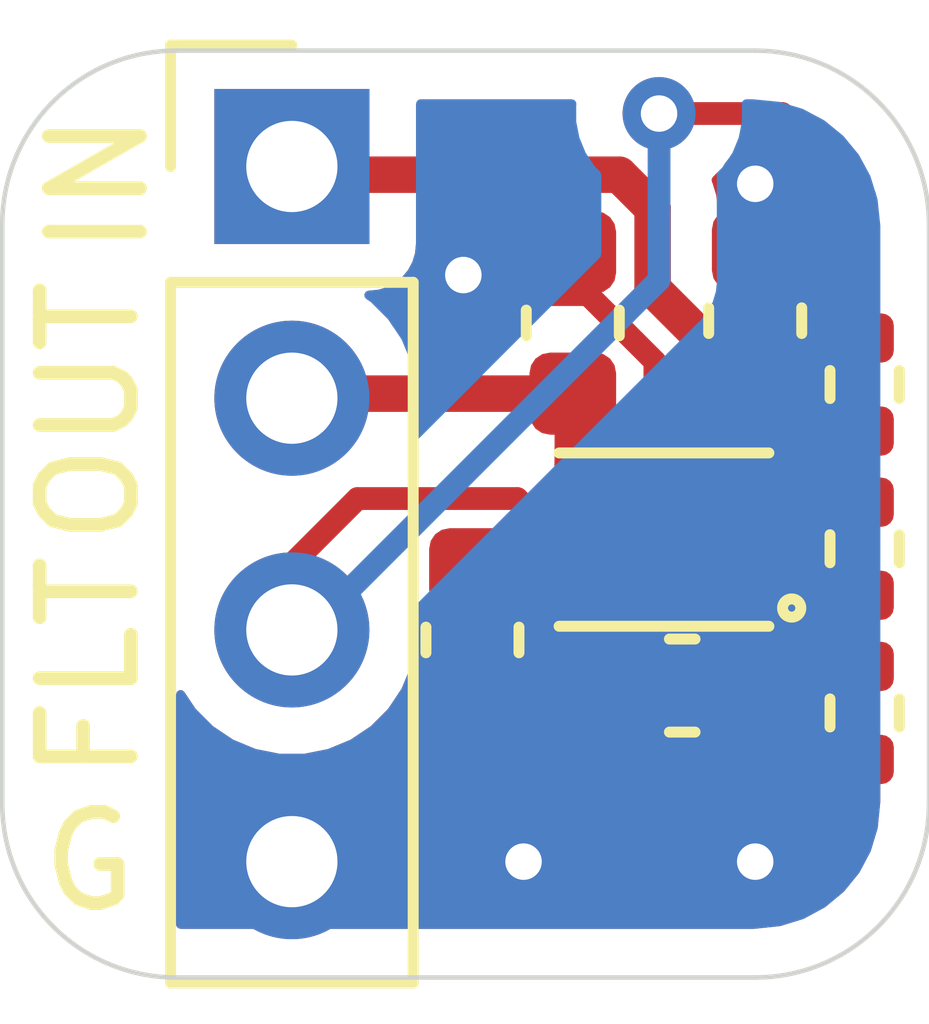
<source format=kicad_pcb>
(kicad_pcb (version 20171130) (host pcbnew "(5.1.10)-1")

  (general
    (thickness 1.6)
    (drawings 12)
    (tracks 42)
    (zones 0)
    (modules 9)
    (nets 8)
  )

  (page A4)
  (layers
    (0 F.Cu signal)
    (31 B.Cu signal)
    (32 B.Adhes user)
    (33 F.Adhes user)
    (34 B.Paste user)
    (35 F.Paste user)
    (36 B.SilkS user)
    (37 F.SilkS user)
    (38 B.Mask user)
    (39 F.Mask user)
    (40 Dwgs.User user hide)
    (41 Cmts.User user)
    (42 Eco1.User user)
    (43 Eco2.User user)
    (44 Edge.Cuts user)
    (45 Margin user)
    (46 B.CrtYd user hide)
    (47 F.CrtYd user hide)
    (48 B.Fab user hide)
    (49 F.Fab user hide)
  )

  (setup
    (last_trace_width 0.25)
    (trace_clearance 0.2)
    (zone_clearance 0.508)
    (zone_45_only no)
    (trace_min 0.2)
    (via_size 0.8)
    (via_drill 0.4)
    (via_min_size 0.4)
    (via_min_drill 0.3)
    (uvia_size 0.3)
    (uvia_drill 0.1)
    (uvias_allowed no)
    (uvia_min_size 0.2)
    (uvia_min_drill 0.1)
    (edge_width 0.05)
    (segment_width 0.2)
    (pcb_text_width 0.3)
    (pcb_text_size 1.5 1.5)
    (mod_edge_width 0.12)
    (mod_text_size 1 1)
    (mod_text_width 0.15)
    (pad_size 0.9 1.6)
    (pad_drill 0)
    (pad_to_mask_clearance 0)
    (aux_axis_origin 0 0)
    (visible_elements 7FFFFF7F)
    (pcbplotparams
      (layerselection 0x010fc_ffffffff)
      (usegerberextensions true)
      (usegerberattributes false)
      (usegerberadvancedattributes false)
      (creategerberjobfile false)
      (excludeedgelayer true)
      (linewidth 0.100000)
      (plotframeref false)
      (viasonmask false)
      (mode 1)
      (useauxorigin false)
      (hpglpennumber 1)
      (hpglpenspeed 20)
      (hpglpendiameter 15.000000)
      (psnegative false)
      (psa4output false)
      (plotreference true)
      (plotvalue false)
      (plotinvisibletext false)
      (padsonsilk false)
      (subtractmaskfromsilk true)
      (outputformat 1)
      (mirror false)
      (drillshape 0)
      (scaleselection 1)
      (outputdirectory "tps2595x1_gerber/"))
  )

  (net 0 "")
  (net 1 /GND)
  (net 2 /dVdt)
  (net 3 /ILM)
  (net 4 /IN)
  (net 5 /OUT)
  (net 6 /FLT)
  (net 7 /EN)

  (net_class Default "This is the default net class."
    (clearance 0.2)
    (trace_width 0.25)
    (via_dia 0.8)
    (via_drill 0.4)
    (uvia_dia 0.3)
    (uvia_drill 0.1)
    (add_net /EN)
    (add_net /FLT)
    (add_net /GND)
    (add_net /ILM)
    (add_net /IN)
    (add_net /OUT)
    (add_net /dVdt)
  )

  (module HS2_parts:TPS2595x1 (layer F.Cu) (tedit 6193664D) (tstamp 6193698E)
    (at 138.7 109.5 180)
    (path /619391D8)
    (fp_text reference U1 (at 0.25 0.05) (layer F.SilkS) hide
      (effects (font (size 1 1) (thickness 0.15)))
    )
    (fp_text value TPS2595x1 (at -0.95 -1.25) (layer F.Fab) hide
      (effects (font (size 1 1) (thickness 0.15)))
    )
    (fp_circle (center -1.4 -0.75) (end -1.3 -0.75) (layer F.SilkS) (width 0.12))
    (fp_line (start 1.15 -0.95) (end -1.15 -0.95) (layer F.SilkS) (width 0.12))
    (fp_line (start -1.15 0.95) (end 1.15 0.95) (layer F.SilkS) (width 0.12))
    (pad 8 smd rect (at 0 0 180) (size 0.9 1.6) (layers F.Cu F.Paste F.Mask)
      (net 1 /GND))
    (pad 8 smd rect (at 0.95 -0.75 180) (size 0.5 0.25) (layers F.Cu F.Paste F.Mask)
      (net 1 /GND))
    (pad 7 smd rect (at 0.95 -0.25 180) (size 0.5 0.25) (layers F.Cu F.Paste F.Mask)
      (net 3 /ILM))
    (pad 6 smd rect (at 0.95 0.25 180) (size 0.5 0.25) (layers F.Cu F.Paste F.Mask)
      (net 6 /FLT))
    (pad 5 smd rect (at 0.95 0.75 180) (size 0.5 0.25) (layers F.Cu F.Paste F.Mask)
      (net 5 /OUT))
    (pad 4 smd rect (at -0.95 0.75 180) (size 0.5 0.25) (layers F.Cu F.Paste F.Mask)
      (net 4 /IN))
    (pad 3 smd rect (at -0.95 0.25 180) (size 0.5 0.25) (layers F.Cu F.Paste F.Mask)
      (net 4 /IN))
    (pad 2 smd rect (at -0.95 -0.25 180) (size 0.5 0.25) (layers F.Cu F.Paste F.Mask)
      (net 7 /EN))
    (pad 1 smd rect (at -0.95 -0.75 180) (size 0.5 0.25) (layers F.Cu F.Paste F.Mask)
      (net 2 /dVdt))
  )

  (module Resistor_SMD:R_0402_1005Metric (layer F.Cu) (tedit 5F68FEEE) (tstamp 6193697E)
    (at 140.9 107.8 90)
    (descr "Resistor SMD 0402 (1005 Metric), square (rectangular) end terminal, IPC_7351 nominal, (Body size source: IPC-SM-782 page 72, https://www.pcb-3d.com/wordpress/wp-content/uploads/ipc-sm-782a_amendment_1_and_2.pdf), generated with kicad-footprint-generator")
    (tags resistor)
    (path /619402EF)
    (attr smd)
    (fp_text reference R3 (at 0 -1.17 90) (layer F.SilkS) hide
      (effects (font (size 1 1) (thickness 0.15)))
    )
    (fp_text value 10K (at 0 1.17 90) (layer F.Fab)
      (effects (font (size 1 1) (thickness 0.15)))
    )
    (fp_line (start 0.93 0.47) (end -0.93 0.47) (layer F.CrtYd) (width 0.05))
    (fp_line (start 0.93 -0.47) (end 0.93 0.47) (layer F.CrtYd) (width 0.05))
    (fp_line (start -0.93 -0.47) (end 0.93 -0.47) (layer F.CrtYd) (width 0.05))
    (fp_line (start -0.93 0.47) (end -0.93 -0.47) (layer F.CrtYd) (width 0.05))
    (fp_line (start -0.153641 0.38) (end 0.153641 0.38) (layer F.SilkS) (width 0.12))
    (fp_line (start -0.153641 -0.38) (end 0.153641 -0.38) (layer F.SilkS) (width 0.12))
    (fp_line (start 0.525 0.27) (end -0.525 0.27) (layer F.Fab) (width 0.1))
    (fp_line (start 0.525 -0.27) (end 0.525 0.27) (layer F.Fab) (width 0.1))
    (fp_line (start -0.525 -0.27) (end 0.525 -0.27) (layer F.Fab) (width 0.1))
    (fp_line (start -0.525 0.27) (end -0.525 -0.27) (layer F.Fab) (width 0.1))
    (fp_text user %R (at 0 0 90) (layer F.Fab)
      (effects (font (size 0.26 0.26) (thickness 0.04)))
    )
    (pad 2 smd roundrect (at 0.51 0 90) (size 0.54 0.64) (layers F.Cu F.Paste F.Mask) (roundrect_rratio 0.25)
      (net 6 /FLT))
    (pad 1 smd roundrect (at -0.51 0 90) (size 0.54 0.64) (layers F.Cu F.Paste F.Mask) (roundrect_rratio 0.25)
      (net 4 /IN))
    (model ${KISYS3DMOD}/Resistor_SMD.3dshapes/R_0402_1005Metric.wrl
      (at (xyz 0 0 0))
      (scale (xyz 1 1 1))
      (rotate (xyz 0 0 0))
    )
  )

  (module Resistor_SMD:R_0402_1005Metric (layer F.Cu) (tedit 5F68FEEE) (tstamp 6193696D)
    (at 140.9 111.4 270)
    (descr "Resistor SMD 0402 (1005 Metric), square (rectangular) end terminal, IPC_7351 nominal, (Body size source: IPC-SM-782 page 72, https://www.pcb-3d.com/wordpress/wp-content/uploads/ipc-sm-782a_amendment_1_and_2.pdf), generated with kicad-footprint-generator")
    (tags resistor)
    (path /6193F54B)
    (attr smd)
    (fp_text reference R2 (at 0 -1.17 90) (layer F.SilkS) hide
      (effects (font (size 1 1) (thickness 0.15)))
    )
    (fp_text value 10K (at 0 1.17 90) (layer F.Fab)
      (effects (font (size 1 1) (thickness 0.15)))
    )
    (fp_line (start 0.93 0.47) (end -0.93 0.47) (layer F.CrtYd) (width 0.05))
    (fp_line (start 0.93 -0.47) (end 0.93 0.47) (layer F.CrtYd) (width 0.05))
    (fp_line (start -0.93 -0.47) (end 0.93 -0.47) (layer F.CrtYd) (width 0.05))
    (fp_line (start -0.93 0.47) (end -0.93 -0.47) (layer F.CrtYd) (width 0.05))
    (fp_line (start -0.153641 0.38) (end 0.153641 0.38) (layer F.SilkS) (width 0.12))
    (fp_line (start -0.153641 -0.38) (end 0.153641 -0.38) (layer F.SilkS) (width 0.12))
    (fp_line (start 0.525 0.27) (end -0.525 0.27) (layer F.Fab) (width 0.1))
    (fp_line (start 0.525 -0.27) (end 0.525 0.27) (layer F.Fab) (width 0.1))
    (fp_line (start -0.525 -0.27) (end 0.525 -0.27) (layer F.Fab) (width 0.1))
    (fp_line (start -0.525 0.27) (end -0.525 -0.27) (layer F.Fab) (width 0.1))
    (fp_text user %R (at 0 0 90) (layer F.Fab)
      (effects (font (size 0.26 0.26) (thickness 0.04)))
    )
    (pad 2 smd roundrect (at 0.51 0 270) (size 0.54 0.64) (layers F.Cu F.Paste F.Mask) (roundrect_rratio 0.25)
      (net 1 /GND))
    (pad 1 smd roundrect (at -0.51 0 270) (size 0.54 0.64) (layers F.Cu F.Paste F.Mask) (roundrect_rratio 0.25)
      (net 7 /EN))
    (model ${KISYS3DMOD}/Resistor_SMD.3dshapes/R_0402_1005Metric.wrl
      (at (xyz 0 0 0))
      (scale (xyz 1 1 1))
      (rotate (xyz 0 0 0))
    )
  )

  (module Resistor_SMD:R_0402_1005Metric (layer F.Cu) (tedit 5F68FEEE) (tstamp 6193695C)
    (at 140.9 109.6 270)
    (descr "Resistor SMD 0402 (1005 Metric), square (rectangular) end terminal, IPC_7351 nominal, (Body size source: IPC-SM-782 page 72, https://www.pcb-3d.com/wordpress/wp-content/uploads/ipc-sm-782a_amendment_1_and_2.pdf), generated with kicad-footprint-generator")
    (tags resistor)
    (path /6193FD77)
    (attr smd)
    (fp_text reference R1 (at 0 -1.17 90) (layer F.SilkS) hide
      (effects (font (size 1 1) (thickness 0.15)))
    )
    (fp_text value 10K (at 0 1.17 90) (layer F.Fab)
      (effects (font (size 1 1) (thickness 0.15)))
    )
    (fp_line (start 0.93 0.47) (end -0.93 0.47) (layer F.CrtYd) (width 0.05))
    (fp_line (start 0.93 -0.47) (end 0.93 0.47) (layer F.CrtYd) (width 0.05))
    (fp_line (start -0.93 -0.47) (end 0.93 -0.47) (layer F.CrtYd) (width 0.05))
    (fp_line (start -0.93 0.47) (end -0.93 -0.47) (layer F.CrtYd) (width 0.05))
    (fp_line (start -0.153641 0.38) (end 0.153641 0.38) (layer F.SilkS) (width 0.12))
    (fp_line (start -0.153641 -0.38) (end 0.153641 -0.38) (layer F.SilkS) (width 0.12))
    (fp_line (start 0.525 0.27) (end -0.525 0.27) (layer F.Fab) (width 0.1))
    (fp_line (start 0.525 -0.27) (end 0.525 0.27) (layer F.Fab) (width 0.1))
    (fp_line (start -0.525 -0.27) (end 0.525 -0.27) (layer F.Fab) (width 0.1))
    (fp_line (start -0.525 0.27) (end -0.525 -0.27) (layer F.Fab) (width 0.1))
    (fp_text user %R (at 0 0 90) (layer F.Fab)
      (effects (font (size 0.26 0.26) (thickness 0.04)))
    )
    (pad 2 smd roundrect (at 0.51 0 270) (size 0.54 0.64) (layers F.Cu F.Paste F.Mask) (roundrect_rratio 0.25)
      (net 7 /EN))
    (pad 1 smd roundrect (at -0.51 0 270) (size 0.54 0.64) (layers F.Cu F.Paste F.Mask) (roundrect_rratio 0.25)
      (net 4 /IN))
    (model ${KISYS3DMOD}/Resistor_SMD.3dshapes/R_0402_1005Metric.wrl
      (at (xyz 0 0 0))
      (scale (xyz 1 1 1))
      (rotate (xyz 0 0 0))
    )
  )

  (module Connector_PinHeader_2.54mm:PinHeader_1x04_P2.54mm_Vertical (layer F.Cu) (tedit 59FED5CC) (tstamp 6193694B)
    (at 134.62 105.41)
    (descr "Through hole straight pin header, 1x04, 2.54mm pitch, single row")
    (tags "Through hole pin header THT 1x04 2.54mm single row")
    (path /6194A1B6)
    (fp_text reference J1 (at 0 -2.33) (layer F.SilkS) hide
      (effects (font (size 1 1) (thickness 0.15)))
    )
    (fp_text value "Pin Header" (at 0 9.95) (layer F.Fab)
      (effects (font (size 1 1) (thickness 0.15)))
    )
    (fp_line (start 1.8 -1.8) (end -1.8 -1.8) (layer F.CrtYd) (width 0.05))
    (fp_line (start 1.8 9.4) (end 1.8 -1.8) (layer F.CrtYd) (width 0.05))
    (fp_line (start -1.8 9.4) (end 1.8 9.4) (layer F.CrtYd) (width 0.05))
    (fp_line (start -1.8 -1.8) (end -1.8 9.4) (layer F.CrtYd) (width 0.05))
    (fp_line (start -1.33 -1.33) (end 0 -1.33) (layer F.SilkS) (width 0.12))
    (fp_line (start -1.33 0) (end -1.33 -1.33) (layer F.SilkS) (width 0.12))
    (fp_line (start -1.33 1.27) (end 1.33 1.27) (layer F.SilkS) (width 0.12))
    (fp_line (start 1.33 1.27) (end 1.33 8.95) (layer F.SilkS) (width 0.12))
    (fp_line (start -1.33 1.27) (end -1.33 8.95) (layer F.SilkS) (width 0.12))
    (fp_line (start -1.33 8.95) (end 1.33 8.95) (layer F.SilkS) (width 0.12))
    (fp_line (start -1.27 -0.635) (end -0.635 -1.27) (layer F.Fab) (width 0.1))
    (fp_line (start -1.27 8.89) (end -1.27 -0.635) (layer F.Fab) (width 0.1))
    (fp_line (start 1.27 8.89) (end -1.27 8.89) (layer F.Fab) (width 0.1))
    (fp_line (start 1.27 -1.27) (end 1.27 8.89) (layer F.Fab) (width 0.1))
    (fp_line (start -0.635 -1.27) (end 1.27 -1.27) (layer F.Fab) (width 0.1))
    (fp_text user %R (at 0 3.81 90) (layer F.Fab)
      (effects (font (size 1 1) (thickness 0.15)))
    )
    (pad 4 thru_hole oval (at 0 7.62) (size 1.7 1.7) (drill 1) (layers *.Cu *.Mask)
      (net 1 /GND))
    (pad 3 thru_hole oval (at 0 5.08) (size 1.7 1.7) (drill 1) (layers *.Cu *.Mask)
      (net 6 /FLT))
    (pad 2 thru_hole oval (at 0 2.54) (size 1.7 1.7) (drill 1) (layers *.Cu *.Mask)
      (net 5 /OUT))
    (pad 1 thru_hole rect (at 0 0) (size 1.7 1.7) (drill 1) (layers *.Cu *.Mask)
      (net 4 /IN))
    (model ${KISYS3DMOD}/Connector_PinHeader_2.54mm.3dshapes/PinHeader_1x04_P2.54mm_Vertical.wrl
      (at (xyz 0 0 0))
      (scale (xyz 1 1 1))
      (rotate (xyz 0 0 0))
    )
  )

  (module Capacitor_SMD:C_0603_1608Metric (layer F.Cu) (tedit 5F68FEEE) (tstamp 61936933)
    (at 137.7 107.125 90)
    (descr "Capacitor SMD 0603 (1608 Metric), square (rectangular) end terminal, IPC_7351 nominal, (Body size source: IPC-SM-782 page 76, https://www.pcb-3d.com/wordpress/wp-content/uploads/ipc-sm-782a_amendment_1_and_2.pdf), generated with kicad-footprint-generator")
    (tags capacitor)
    (path /6193E8E3)
    (attr smd)
    (fp_text reference C4 (at 0 -1.43 90) (layer F.SilkS) hide
      (effects (font (size 1 1) (thickness 0.15)))
    )
    (fp_text value 1uF (at 0 1.43 90) (layer F.Fab)
      (effects (font (size 1 1) (thickness 0.15)))
    )
    (fp_line (start 1.48 0.73) (end -1.48 0.73) (layer F.CrtYd) (width 0.05))
    (fp_line (start 1.48 -0.73) (end 1.48 0.73) (layer F.CrtYd) (width 0.05))
    (fp_line (start -1.48 -0.73) (end 1.48 -0.73) (layer F.CrtYd) (width 0.05))
    (fp_line (start -1.48 0.73) (end -1.48 -0.73) (layer F.CrtYd) (width 0.05))
    (fp_line (start -0.14058 0.51) (end 0.14058 0.51) (layer F.SilkS) (width 0.12))
    (fp_line (start -0.14058 -0.51) (end 0.14058 -0.51) (layer F.SilkS) (width 0.12))
    (fp_line (start 0.8 0.4) (end -0.8 0.4) (layer F.Fab) (width 0.1))
    (fp_line (start 0.8 -0.4) (end 0.8 0.4) (layer F.Fab) (width 0.1))
    (fp_line (start -0.8 -0.4) (end 0.8 -0.4) (layer F.Fab) (width 0.1))
    (fp_line (start -0.8 0.4) (end -0.8 -0.4) (layer F.Fab) (width 0.1))
    (fp_text user %R (at 0 0 90) (layer F.Fab)
      (effects (font (size 0.4 0.4) (thickness 0.06)))
    )
    (pad 2 smd roundrect (at 0.775 0 90) (size 0.9 0.95) (layers F.Cu F.Paste F.Mask) (roundrect_rratio 0.25)
      (net 1 /GND))
    (pad 1 smd roundrect (at -0.775 0 90) (size 0.9 0.95) (layers F.Cu F.Paste F.Mask) (roundrect_rratio 0.25)
      (net 5 /OUT))
    (model ${KISYS3DMOD}/Capacitor_SMD.3dshapes/C_0603_1608Metric.wrl
      (at (xyz 0 0 0))
      (scale (xyz 1 1 1))
      (rotate (xyz 0 0 0))
    )
  )

  (module Capacitor_SMD:C_0603_1608Metric (layer F.Cu) (tedit 5F68FEEE) (tstamp 61936922)
    (at 139.7 107.1 90)
    (descr "Capacitor SMD 0603 (1608 Metric), square (rectangular) end terminal, IPC_7351 nominal, (Body size source: IPC-SM-782 page 76, https://www.pcb-3d.com/wordpress/wp-content/uploads/ipc-sm-782a_amendment_1_and_2.pdf), generated with kicad-footprint-generator")
    (tags capacitor)
    (path /6193E2E6)
    (attr smd)
    (fp_text reference C3 (at 0 -1.43 90) (layer F.SilkS) hide
      (effects (font (size 1 1) (thickness 0.15)))
    )
    (fp_text value 1uF (at 0 1.43 90) (layer F.Fab)
      (effects (font (size 1 1) (thickness 0.15)))
    )
    (fp_line (start 1.48 0.73) (end -1.48 0.73) (layer F.CrtYd) (width 0.05))
    (fp_line (start 1.48 -0.73) (end 1.48 0.73) (layer F.CrtYd) (width 0.05))
    (fp_line (start -1.48 -0.73) (end 1.48 -0.73) (layer F.CrtYd) (width 0.05))
    (fp_line (start -1.48 0.73) (end -1.48 -0.73) (layer F.CrtYd) (width 0.05))
    (fp_line (start -0.14058 0.51) (end 0.14058 0.51) (layer F.SilkS) (width 0.12))
    (fp_line (start -0.14058 -0.51) (end 0.14058 -0.51) (layer F.SilkS) (width 0.12))
    (fp_line (start 0.8 0.4) (end -0.8 0.4) (layer F.Fab) (width 0.1))
    (fp_line (start 0.8 -0.4) (end 0.8 0.4) (layer F.Fab) (width 0.1))
    (fp_line (start -0.8 -0.4) (end 0.8 -0.4) (layer F.Fab) (width 0.1))
    (fp_line (start -0.8 0.4) (end -0.8 -0.4) (layer F.Fab) (width 0.1))
    (fp_text user %R (at 0 0 90) (layer F.Fab)
      (effects (font (size 0.4 0.4) (thickness 0.06)))
    )
    (pad 2 smd roundrect (at 0.775 0 90) (size 0.9 0.95) (layers F.Cu F.Paste F.Mask) (roundrect_rratio 0.25)
      (net 1 /GND))
    (pad 1 smd roundrect (at -0.775 0 90) (size 0.9 0.95) (layers F.Cu F.Paste F.Mask) (roundrect_rratio 0.25)
      (net 4 /IN))
    (model ${KISYS3DMOD}/Capacitor_SMD.3dshapes/C_0603_1608Metric.wrl
      (at (xyz 0 0 0))
      (scale (xyz 1 1 1))
      (rotate (xyz 0 0 0))
    )
  )

  (module Capacitor_SMD:C_0603_1608Metric (layer F.Cu) (tedit 5F68FEEE) (tstamp 61936911)
    (at 136.6 110.6 270)
    (descr "Capacitor SMD 0603 (1608 Metric), square (rectangular) end terminal, IPC_7351 nominal, (Body size source: IPC-SM-782 page 76, https://www.pcb-3d.com/wordpress/wp-content/uploads/ipc-sm-782a_amendment_1_and_2.pdf), generated with kicad-footprint-generator")
    (tags capacitor)
    (path /6193ECA7)
    (attr smd)
    (fp_text reference C2 (at 0 -1.43 90) (layer F.SilkS) hide
      (effects (font (size 1 1) (thickness 0.15)))
    )
    (fp_text value 1uF (at 0 1.43 90) (layer F.Fab)
      (effects (font (size 1 1) (thickness 0.15)))
    )
    (fp_line (start 1.48 0.73) (end -1.48 0.73) (layer F.CrtYd) (width 0.05))
    (fp_line (start 1.48 -0.73) (end 1.48 0.73) (layer F.CrtYd) (width 0.05))
    (fp_line (start -1.48 -0.73) (end 1.48 -0.73) (layer F.CrtYd) (width 0.05))
    (fp_line (start -1.48 0.73) (end -1.48 -0.73) (layer F.CrtYd) (width 0.05))
    (fp_line (start -0.14058 0.51) (end 0.14058 0.51) (layer F.SilkS) (width 0.12))
    (fp_line (start -0.14058 -0.51) (end 0.14058 -0.51) (layer F.SilkS) (width 0.12))
    (fp_line (start 0.8 0.4) (end -0.8 0.4) (layer F.Fab) (width 0.1))
    (fp_line (start 0.8 -0.4) (end 0.8 0.4) (layer F.Fab) (width 0.1))
    (fp_line (start -0.8 -0.4) (end 0.8 -0.4) (layer F.Fab) (width 0.1))
    (fp_line (start -0.8 0.4) (end -0.8 -0.4) (layer F.Fab) (width 0.1))
    (fp_text user %R (at 0 0 90) (layer F.Fab)
      (effects (font (size 0.4 0.4) (thickness 0.06)))
    )
    (pad 2 smd roundrect (at 0.775 0 270) (size 0.9 0.95) (layers F.Cu F.Paste F.Mask) (roundrect_rratio 0.25)
      (net 1 /GND))
    (pad 1 smd roundrect (at -0.775 0 270) (size 0.9 0.95) (layers F.Cu F.Paste F.Mask) (roundrect_rratio 0.25)
      (net 3 /ILM))
    (model ${KISYS3DMOD}/Capacitor_SMD.3dshapes/C_0603_1608Metric.wrl
      (at (xyz 0 0 0))
      (scale (xyz 1 1 1))
      (rotate (xyz 0 0 0))
    )
  )

  (module Capacitor_SMD:C_0603_1608Metric (layer F.Cu) (tedit 5F68FEEE) (tstamp 61936900)
    (at 138.9 111.1 180)
    (descr "Capacitor SMD 0603 (1608 Metric), square (rectangular) end terminal, IPC_7351 nominal, (Body size source: IPC-SM-782 page 76, https://www.pcb-3d.com/wordpress/wp-content/uploads/ipc-sm-782a_amendment_1_and_2.pdf), generated with kicad-footprint-generator")
    (tags capacitor)
    (path /6193EA5B)
    (attr smd)
    (fp_text reference C1 (at 0 -1.43) (layer F.SilkS) hide
      (effects (font (size 1 1) (thickness 0.15)))
    )
    (fp_text value 1uF (at 0 1.43) (layer F.Fab)
      (effects (font (size 1 1) (thickness 0.15)))
    )
    (fp_line (start 1.48 0.73) (end -1.48 0.73) (layer F.CrtYd) (width 0.05))
    (fp_line (start 1.48 -0.73) (end 1.48 0.73) (layer F.CrtYd) (width 0.05))
    (fp_line (start -1.48 -0.73) (end 1.48 -0.73) (layer F.CrtYd) (width 0.05))
    (fp_line (start -1.48 0.73) (end -1.48 -0.73) (layer F.CrtYd) (width 0.05))
    (fp_line (start -0.14058 0.51) (end 0.14058 0.51) (layer F.SilkS) (width 0.12))
    (fp_line (start -0.14058 -0.51) (end 0.14058 -0.51) (layer F.SilkS) (width 0.12))
    (fp_line (start 0.8 0.4) (end -0.8 0.4) (layer F.Fab) (width 0.1))
    (fp_line (start 0.8 -0.4) (end 0.8 0.4) (layer F.Fab) (width 0.1))
    (fp_line (start -0.8 -0.4) (end 0.8 -0.4) (layer F.Fab) (width 0.1))
    (fp_line (start -0.8 0.4) (end -0.8 -0.4) (layer F.Fab) (width 0.1))
    (fp_text user %R (at 0 0) (layer F.Fab)
      (effects (font (size 0.4 0.4) (thickness 0.06)))
    )
    (pad 2 smd roundrect (at 0.775 0 180) (size 0.9 0.95) (layers F.Cu F.Paste F.Mask) (roundrect_rratio 0.25)
      (net 1 /GND))
    (pad 1 smd roundrect (at -0.775 0 180) (size 0.9 0.95) (layers F.Cu F.Paste F.Mask) (roundrect_rratio 0.25)
      (net 2 /dVdt))
    (model ${KISYS3DMOD}/Capacitor_SMD.3dshapes/C_0603_1608Metric.wrl
      (at (xyz 0 0 0))
      (scale (xyz 1 1 1))
      (rotate (xyz 0 0 0))
    )
  )

  (gr_text G (at 132.4 113.03) (layer F.SilkS)
    (effects (font (size 1 1) (thickness 0.15)))
  )
  (gr_text FLT (at 132.4 110.9 90) (layer F.SilkS)
    (effects (font (size 1 1) (thickness 0.15)))
  )
  (gr_text OUT (at 132.4 108.1 90) (layer F.SilkS)
    (effects (font (size 1 1) (thickness 0.15)))
  )
  (gr_text IN (at 132.5 105.6 90) (layer F.SilkS)
    (effects (font (size 1 1) (thickness 0.15)))
  )
  (gr_line (start 131.445 106.045) (end 131.445 112.395) (layer Edge.Cuts) (width 0.05) (tstamp 61B7EE0B))
  (gr_arc (start 139.7 106.045) (end 141.605 106.045) (angle -90) (layer Edge.Cuts) (width 0.05))
  (gr_arc (start 139.7 112.395) (end 139.7 114.3) (angle -90) (layer Edge.Cuts) (width 0.05))
  (gr_arc (start 133.35 112.395) (end 131.445 112.395) (angle -90) (layer Edge.Cuts) (width 0.05))
  (gr_arc (start 133.35 106.045) (end 133.35 104.14) (angle -90) (layer Edge.Cuts) (width 0.05))
  (gr_line (start 139.7 114.3) (end 133.35 114.3) (layer Edge.Cuts) (width 0.05))
  (gr_line (start 141.605 106.045) (end 141.605 112.395) (layer Edge.Cuts) (width 0.05))
  (gr_line (start 133.35 104.14) (end 139.7 104.14) (layer Edge.Cuts) (width 0.05))

  (via (at 137.16 113.03) (size 0.8) (drill 0.4) (layers F.Cu B.Cu) (net 1))
  (via (at 139.7 113.03) (size 0.8) (drill 0.4) (layers F.Cu B.Cu) (net 1))
  (via (at 136.5 106.6) (size 0.8) (drill 0.4) (layers F.Cu B.Cu) (net 1))
  (segment (start 137.75 110.25) (end 137.75 110.75) (width 0.25) (layer F.Cu) (net 1))
  (segment (start 137.75 110.75) (end 137.9 110.9) (width 0.25) (layer F.Cu) (net 1))
  (via (at 139.7 105.6) (size 0.8) (drill 0.4) (layers F.Cu B.Cu) (net 1))
  (segment (start 137.7 106.647166) (end 138.6 107.547166) (width 0.25) (layer F.Cu) (net 1))
  (segment (start 137.7 106.35) (end 137.7 106.647166) (width 0.25) (layer F.Cu) (net 1))
  (segment (start 138.6 107.547166) (end 138.6 109.4) (width 0.25) (layer F.Cu) (net 1))
  (segment (start 139.675 111.1) (end 139.675 110.305) (width 0.25) (layer F.Cu) (net 2))
  (segment (start 139.675 110.305) (end 139.65 110.28) (width 0.25) (layer F.Cu) (net 2))
  (segment (start 136.6 109.825) (end 136.665 109.76) (width 0.25) (layer F.Cu) (net 3))
  (segment (start 136.665 109.76) (end 137.81 109.76) (width 0.25) (layer F.Cu) (net 3))
  (segment (start 139.7 107.875) (end 139.7 109.17) (width 0.4) (layer F.Cu) (net 4))
  (segment (start 139.7 109.17) (end 139.64 109.23) (width 0.4) (layer F.Cu) (net 4))
  (segment (start 139.65 108.75) (end 140.48 108.75) (width 0.4) (layer F.Cu) (net 4))
  (segment (start 140.48 108.75) (end 140.87 108.36) (width 0.4) (layer F.Cu) (net 4))
  (segment (start 140.48 108.75) (end 140.63 108.75) (width 0.4) (layer F.Cu) (net 4))
  (segment (start 140.63 108.75) (end 140.95 109.07) (width 0.4) (layer F.Cu) (net 4))
  (segment (start 139.7 107.875) (end 138.57501 106.75001) (width 0.4) (layer F.Cu) (net 4))
  (segment (start 138.57501 106.75001) (end 138.57501 105.86611) (width 0.4) (layer F.Cu) (net 4))
  (segment (start 138.57501 105.86611) (end 138.20889 105.49999) (width 0.4) (layer F.Cu) (net 4))
  (segment (start 138.20889 105.49999) (end 134.34999 105.49999) (width 0.4) (layer F.Cu) (net 4))
  (segment (start 134.34999 105.49999) (end 134.09 105.24) (width 0.4) (layer F.Cu) (net 4))
  (segment (start 137.7 107.9) (end 134.25 107.9) (width 0.4) (layer F.Cu) (net 5))
  (segment (start 134.25 107.9) (end 134.22 107.87) (width 0.4) (layer F.Cu) (net 5))
  (segment (start 137.7 107.9) (end 137.7 108.69) (width 0.4) (layer F.Cu) (net 5))
  (segment (start 137.7 108.69) (end 137.76 108.75) (width 0.4) (layer F.Cu) (net 5))
  (segment (start 137.089988 109.04999) (end 137.299998 109.26) (width 0.25) (layer F.Cu) (net 6))
  (segment (start 135.34001 109.04999) (end 137.089988 109.04999) (width 0.25) (layer F.Cu) (net 6))
  (segment (start 134.1 110.29) (end 135.34001 109.04999) (width 0.25) (layer F.Cu) (net 6))
  (segment (start 137.299998 109.26) (end 137.76 109.26) (width 0.25) (layer F.Cu) (net 6))
  (segment (start 140.9 107.29) (end 140.9 105.734311) (width 0.25) (layer F.Cu) (net 6))
  (via (at 138.645758 104.829793) (size 0.8) (drill 0.4) (layers F.Cu B.Cu) (net 6))
  (segment (start 138.645758 106.654242) (end 138.645758 104.829793) (width 0.25) (layer B.Cu) (net 6))
  (segment (start 140.9 105.734311) (end 139.995482 104.829793) (width 0.25) (layer F.Cu) (net 6))
  (segment (start 139.995482 104.829793) (end 138.645758 104.829793) (width 0.25) (layer F.Cu) (net 6))
  (segment (start 134.7 110.6) (end 138.645758 106.654242) (width 0.25) (layer B.Cu) (net 6))
  (segment (start 139.65 109.75) (end 140.53 109.75) (width 0.25) (layer F.Cu) (net 7))
  (segment (start 140.53 109.75) (end 140.93 110.15) (width 0.25) (layer F.Cu) (net 7))
  (segment (start 140.9 110.11) (end 140.9 110.86) (width 0.25) (layer F.Cu) (net 7))
  (segment (start 140.9 110.86) (end 140.92 110.88) (width 0.25) (layer F.Cu) (net 7))

  (zone (net 1) (net_name /GND) (layer F.Cu) (tstamp 61B3D006) (hatch edge 0.508)
    (connect_pads yes (clearance 0.508))
    (min_thickness 0.1)
    (fill yes (arc_segments 32) (thermal_gap 0.508) (thermal_bridge_width 0.508))
    (polygon
      (pts
        (xy 141.605 114.3) (xy 133.35 114.3) (xy 133.35 104.14) (xy 141.605 104.14)
      )
    )
    (filled_polygon
      (pts
        (xy 138.724109 108.400674) (xy 138.796715 108.536511) (xy 138.842519 108.592324) (xy 138.839301 108.625) (xy 138.839301 108.875)
        (xy 138.850075 108.984387) (xy 138.854811 109) (xy 138.850075 109.015613) (xy 138.839301 109.125) (xy 138.839301 109.375)
        (xy 138.850075 109.484387) (xy 138.854811 109.5) (xy 138.850075 109.515613) (xy 138.839301 109.625) (xy 138.839301 109.875)
        (xy 138.850075 109.984387) (xy 138.854811 110) (xy 138.850075 110.015613) (xy 138.839301 110.125) (xy 138.839301 110.361598)
        (xy 138.796715 110.413489) (xy 138.724109 110.549326) (xy 138.679398 110.696718) (xy 138.664301 110.85) (xy 138.664301 111.35)
        (xy 138.679398 111.503282) (xy 138.724109 111.650674) (xy 138.796715 111.786511) (xy 138.894427 111.905573) (xy 139.013489 112.003285)
        (xy 139.149326 112.075891) (xy 139.296718 112.120602) (xy 139.45 112.135699) (xy 139.9 112.135699) (xy 140.053282 112.120602)
        (xy 140.200674 112.075891) (xy 140.336511 112.003285) (xy 140.455573 111.905573) (xy 140.553285 111.786511) (xy 140.594791 111.708859)
        (xy 140.715 111.720699) (xy 141.022001 111.720699) (xy 141.022001 112.366473) (xy 140.99408 112.651237) (xy 140.919666 112.897706)
        (xy 140.798792 113.125038) (xy 140.636069 113.324555) (xy 140.437686 113.488673) (xy 140.211215 113.611125) (xy 139.965261 113.68726)
        (xy 139.682309 113.717) (xy 133.4 113.717) (xy 133.4 111.198475) (xy 133.526335 111.387548) (xy 133.722452 111.583665)
        (xy 133.953062 111.737754) (xy 134.209301 111.843892) (xy 134.481324 111.898) (xy 134.758676 111.898) (xy 135.030699 111.843892)
        (xy 135.286938 111.737754) (xy 135.517548 111.583665) (xy 135.713665 111.387548) (xy 135.867754 111.156938) (xy 135.973892 110.900699)
        (xy 136.003581 110.75144) (xy 136.049326 110.775891) (xy 136.196718 110.820602) (xy 136.35 110.835699) (xy 136.85 110.835699)
        (xy 137.003282 110.820602) (xy 137.150674 110.775891) (xy 137.286511 110.703285) (xy 137.405573 110.605573) (xy 137.503285 110.486511)
        (xy 137.526542 110.443) (xy 137.843546 110.443) (xy 137.917675 110.435699) (xy 138 110.435699) (xy 138.109387 110.424925)
        (xy 138.21457 110.393018) (xy 138.311508 110.341204) (xy 138.396474 110.271474) (xy 138.466204 110.186508) (xy 138.518018 110.08957)
        (xy 138.549925 109.984387) (xy 138.560699 109.875) (xy 138.560699 109.625) (xy 138.549925 109.515613) (xy 138.545189 109.5)
        (xy 138.549925 109.484387) (xy 138.560699 109.375) (xy 138.560699 109.125) (xy 138.549925 109.015613) (xy 138.545189 109)
        (xy 138.549925 108.984387) (xy 138.560699 108.875) (xy 138.560699 108.625) (xy 138.559679 108.614645) (xy 138.603285 108.561511)
        (xy 138.675891 108.425674) (xy 138.703792 108.333698)
      )
    )
    (filled_polygon
      (pts
        (xy 137.81701 106.712778) (xy 137.813343 106.75001) (xy 137.827009 106.888768) (xy 137.827062 106.889301) (xy 137.45 106.889301)
        (xy 137.296718 106.904398) (xy 137.149326 106.949109) (xy 137.013489 107.021715) (xy 136.894427 107.119427) (xy 136.875902 107.142)
        (xy 135.773499 107.142) (xy 135.713665 107.052452) (xy 135.517548 106.856335) (xy 135.464215 106.820699) (xy 135.47 106.820699)
        (xy 135.579387 106.809925) (xy 135.68457 106.778018) (xy 135.781508 106.726204) (xy 135.866474 106.656474) (xy 135.936204 106.571508)
        (xy 135.988018 106.47457) (xy 136.019925 106.369387) (xy 136.030699 106.26) (xy 136.030699 106.25799) (xy 137.81701 106.25799)
      )
    )
    (filled_polygon
      (pts
        (xy 140.217001 106.01722) (xy 140.217 106.670459) (xy 140.136547 106.76849) (xy 140.078567 106.876964) (xy 139.95 106.864301)
        (xy 139.761274 106.864301) (xy 139.33301 106.436038) (xy 139.33301 105.903342) (xy 139.336677 105.86611) (xy 139.322042 105.717516)
        (xy 139.310286 105.678761) (xy 139.278699 105.574633) (xy 139.2707 105.559667) (xy 139.317574 105.512793) (xy 139.712575 105.512793)
      )
    )
  )
  (zone (net 1) (net_name /GND) (layer B.Cu) (tstamp 61B3D003) (hatch edge 0.508)
    (connect_pads yes (clearance 0.508))
    (min_thickness 0.1)
    (fill yes (arc_segments 32) (thermal_gap 0.508) (thermal_bridge_width 0.508))
    (polygon
      (pts
        (xy 141.605 114.3) (xy 133.35 114.3) (xy 133.35 104.14) (xy 141.605 104.14)
      )
    )
    (filled_polygon
      (pts
        (xy 139.956237 104.75092) (xy 140.202708 104.825335) (xy 140.430037 104.946207) (xy 140.629554 105.108929) (xy 140.793671 105.307311)
        (xy 140.916126 105.53379) (xy 140.99226 105.779738) (xy 141.022 106.062691) (xy 141.022001 112.366473) (xy 140.99408 112.651237)
        (xy 140.919666 112.897706) (xy 140.798792 113.125038) (xy 140.636069 113.324555) (xy 140.437686 113.488673) (xy 140.211215 113.611125)
        (xy 139.965261 113.68726) (xy 139.682309 113.717) (xy 133.4 113.717) (xy 133.4 111.198475) (xy 133.526335 111.387548)
        (xy 133.722452 111.583665) (xy 133.953062 111.737754) (xy 134.209301 111.843892) (xy 134.481324 111.898) (xy 134.758676 111.898)
        (xy 135.030699 111.843892) (xy 135.286938 111.737754) (xy 135.517548 111.583665) (xy 135.713665 111.387548) (xy 135.867754 111.156938)
        (xy 135.973892 110.900699) (xy 136.028 110.628676) (xy 136.028 110.351324) (xy 136.009183 110.256724) (xy 139.104998 107.16091)
        (xy 139.131047 107.139532) (xy 139.152426 107.113482) (xy 139.152432 107.113476) (xy 139.216398 107.035533) (xy 139.216399 107.035532)
        (xy 139.27982 106.916879) (xy 139.318875 106.788133) (xy 139.328758 106.687788) (xy 139.328758 106.687779) (xy 139.332061 106.654243)
        (xy 139.328758 106.620707) (xy 139.328758 105.501609) (xy 139.389885 105.440482) (xy 139.494726 105.283576) (xy 139.566942 105.109231)
        (xy 139.603758 104.924148) (xy 139.603758 104.735438) (xy 139.601284 104.723) (xy 139.671483 104.723)
      )
    )
    (filled_polygon
      (pts
        (xy 137.687758 104.735438) (xy 137.687758 104.924148) (xy 137.724574 105.109231) (xy 137.79679 105.283576) (xy 137.901631 105.440482)
        (xy 137.962759 105.50161) (xy 137.962758 106.371334) (xy 135.974016 108.360077) (xy 136.028 108.088676) (xy 136.028 107.811324)
        (xy 135.973892 107.539301) (xy 135.867754 107.283062) (xy 135.713665 107.052452) (xy 135.517548 106.856335) (xy 135.464215 106.820699)
        (xy 135.47 106.820699) (xy 135.579387 106.809925) (xy 135.68457 106.778018) (xy 135.781508 106.726204) (xy 135.866474 106.656474)
        (xy 135.936204 106.571508) (xy 135.988018 106.47457) (xy 136.019925 106.369387) (xy 136.030699 106.26) (xy 136.030699 104.723)
        (xy 137.690232 104.723)
      )
    )
  )
)

</source>
